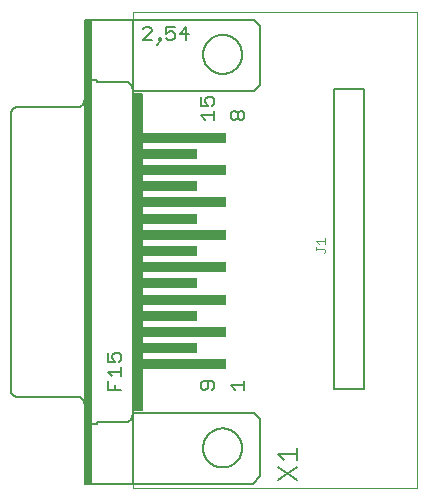
<source format=gto>
G75*
%MOIN*%
%OFA0B0*%
%FSLAX25Y25*%
%IPPOS*%
%LPD*%
%AMOC8*
5,1,8,0,0,1.08239X$1,22.5*
%
%ADD10C,0.00000*%
%ADD11C,0.00500*%
%ADD12C,0.00400*%
%ADD13C,0.00600*%
%ADD14C,0.00700*%
%ADD15R,0.03000X1.05500*%
%ADD16R,0.02000X1.54500*%
%ADD17R,0.28500X0.03200*%
%ADD18R,0.18500X0.03200*%
D10*
X0041800Y0001000D02*
X0041800Y0159701D01*
X0136721Y0159701D01*
X0136721Y0001000D01*
X0041800Y0001000D01*
D11*
X0038050Y0033750D02*
X0033546Y0033750D01*
X0033546Y0036753D01*
X0035047Y0038354D02*
X0033546Y0039855D01*
X0038050Y0039855D01*
X0038050Y0038354D02*
X0038050Y0041356D01*
X0037299Y0042958D02*
X0038050Y0043708D01*
X0038050Y0045210D01*
X0037299Y0045960D01*
X0035798Y0045960D01*
X0035047Y0045210D01*
X0035047Y0044459D01*
X0035798Y0042958D01*
X0033546Y0042958D01*
X0033546Y0045960D01*
X0035798Y0035251D02*
X0035798Y0033750D01*
X0064546Y0034501D02*
X0065297Y0033750D01*
X0066047Y0033750D01*
X0066798Y0034501D01*
X0066798Y0036753D01*
X0065297Y0036753D02*
X0064546Y0036002D01*
X0064546Y0034501D01*
X0065297Y0036753D02*
X0068299Y0036753D01*
X0069050Y0036002D01*
X0069050Y0034501D01*
X0068299Y0033750D01*
X0074546Y0035251D02*
X0079050Y0035251D01*
X0079050Y0033750D02*
X0079050Y0036753D01*
X0076047Y0033750D02*
X0074546Y0035251D01*
X0108800Y0034000D02*
X0108800Y0134000D01*
X0118800Y0134000D01*
X0118800Y0034000D01*
X0108800Y0034000D01*
X0078299Y0123750D02*
X0077549Y0123750D01*
X0076798Y0124501D01*
X0076798Y0126002D01*
X0077549Y0126753D01*
X0078299Y0126753D01*
X0079050Y0126002D01*
X0079050Y0124501D01*
X0078299Y0123750D01*
X0076798Y0124501D02*
X0076047Y0123750D01*
X0075297Y0123750D01*
X0074546Y0124501D01*
X0074546Y0126002D01*
X0075297Y0126753D01*
X0076047Y0126753D01*
X0076798Y0126002D01*
X0069050Y0126753D02*
X0069050Y0123750D01*
X0069050Y0125251D02*
X0064546Y0125251D01*
X0066047Y0123750D01*
X0066798Y0128354D02*
X0064546Y0128354D01*
X0064546Y0131356D01*
X0066047Y0130606D02*
X0066047Y0129855D01*
X0066798Y0128354D01*
X0068299Y0128354D02*
X0069050Y0129105D01*
X0069050Y0130606D01*
X0068299Y0131356D01*
X0066798Y0131356D01*
X0066047Y0130606D01*
X0049773Y0148749D02*
X0051274Y0150250D01*
X0050523Y0150250D01*
X0050523Y0151001D01*
X0051274Y0151001D01*
X0051274Y0150250D01*
X0052842Y0151001D02*
X0053593Y0150250D01*
X0055094Y0150250D01*
X0055845Y0151001D01*
X0055845Y0152502D01*
X0055094Y0153253D01*
X0054343Y0153253D01*
X0052842Y0152502D01*
X0052842Y0154754D01*
X0055845Y0154754D01*
X0057446Y0152502D02*
X0060449Y0152502D01*
X0059698Y0150250D02*
X0059698Y0154754D01*
X0057446Y0152502D01*
X0048171Y0153253D02*
X0048171Y0154003D01*
X0047421Y0154754D01*
X0045920Y0154754D01*
X0045169Y0154003D01*
X0048171Y0153253D02*
X0045169Y0150250D01*
X0048171Y0150250D01*
D12*
X0102997Y0083457D02*
X0106100Y0083457D01*
X0106100Y0082423D02*
X0106100Y0084491D01*
X0104032Y0082423D02*
X0102997Y0083457D01*
X0102997Y0081268D02*
X0102997Y0080234D01*
X0102997Y0080751D02*
X0105583Y0080751D01*
X0106100Y0080234D01*
X0106100Y0079717D01*
X0105583Y0079200D01*
D13*
X0025800Y0033000D02*
X0025800Y0002500D01*
X0027800Y0002500D01*
X0027800Y0012500D01*
X0027800Y0022500D01*
X0027800Y0137000D01*
X0029800Y0137000D01*
X0029800Y0136500D01*
X0039300Y0136500D01*
X0039398Y0136498D01*
X0039496Y0136492D01*
X0039594Y0136483D01*
X0039691Y0136469D01*
X0039788Y0136452D01*
X0039884Y0136431D01*
X0039979Y0136406D01*
X0040073Y0136378D01*
X0040165Y0136345D01*
X0040257Y0136310D01*
X0040347Y0136270D01*
X0040435Y0136228D01*
X0040522Y0136181D01*
X0040606Y0136132D01*
X0040689Y0136079D01*
X0040769Y0136023D01*
X0040848Y0135963D01*
X0040924Y0135901D01*
X0040997Y0135836D01*
X0041068Y0135768D01*
X0041136Y0135697D01*
X0041201Y0135624D01*
X0041263Y0135548D01*
X0041323Y0135469D01*
X0041379Y0135389D01*
X0041432Y0135306D01*
X0041481Y0135222D01*
X0041528Y0135135D01*
X0041570Y0135047D01*
X0041610Y0134957D01*
X0041645Y0134865D01*
X0041678Y0134773D01*
X0041706Y0134679D01*
X0041731Y0134584D01*
X0041752Y0134488D01*
X0041769Y0134391D01*
X0041783Y0134294D01*
X0041792Y0134196D01*
X0041798Y0134098D01*
X0041800Y0134000D01*
X0041800Y0133500D02*
X0082300Y0133500D01*
X0084300Y0135500D01*
X0084300Y0155000D01*
X0082300Y0157000D01*
X0042300Y0157000D01*
X0041800Y0157000D01*
X0041800Y0137000D01*
X0041800Y0133500D01*
X0041800Y0132500D01*
X0044800Y0132500D01*
X0044800Y0027000D01*
X0041800Y0027000D01*
X0041800Y0132500D01*
X0027800Y0137000D02*
X0027800Y0147000D01*
X0027800Y0157000D01*
X0029800Y0157000D01*
X0041800Y0157000D01*
X0027800Y0157000D02*
X0025800Y0157000D01*
X0025800Y0126500D01*
X0025800Y0033000D01*
X0023300Y0031500D02*
X0003300Y0031500D01*
X0003213Y0031502D01*
X0003126Y0031508D01*
X0003039Y0031517D01*
X0002953Y0031530D01*
X0002867Y0031547D01*
X0002782Y0031568D01*
X0002699Y0031593D01*
X0002616Y0031621D01*
X0002535Y0031652D01*
X0002455Y0031687D01*
X0002377Y0031726D01*
X0002300Y0031768D01*
X0002225Y0031813D01*
X0002153Y0031862D01*
X0002082Y0031913D01*
X0002014Y0031968D01*
X0001949Y0032025D01*
X0001886Y0032086D01*
X0001825Y0032149D01*
X0001768Y0032214D01*
X0001713Y0032282D01*
X0001662Y0032353D01*
X0001613Y0032425D01*
X0001568Y0032500D01*
X0001526Y0032577D01*
X0001487Y0032655D01*
X0001452Y0032735D01*
X0001421Y0032816D01*
X0001393Y0032899D01*
X0001368Y0032982D01*
X0001347Y0033067D01*
X0001330Y0033153D01*
X0001317Y0033239D01*
X0001308Y0033326D01*
X0001302Y0033413D01*
X0001300Y0033500D01*
X0001300Y0034500D01*
X0001300Y0125000D01*
X0001300Y0126000D01*
X0001302Y0126087D01*
X0001308Y0126174D01*
X0001317Y0126261D01*
X0001330Y0126347D01*
X0001347Y0126433D01*
X0001368Y0126518D01*
X0001393Y0126601D01*
X0001421Y0126684D01*
X0001452Y0126765D01*
X0001487Y0126845D01*
X0001526Y0126923D01*
X0001568Y0127000D01*
X0001613Y0127075D01*
X0001662Y0127147D01*
X0001713Y0127218D01*
X0001768Y0127286D01*
X0001825Y0127351D01*
X0001886Y0127414D01*
X0001949Y0127475D01*
X0002014Y0127532D01*
X0002082Y0127587D01*
X0002153Y0127638D01*
X0002225Y0127687D01*
X0002300Y0127732D01*
X0002377Y0127774D01*
X0002455Y0127813D01*
X0002535Y0127848D01*
X0002616Y0127879D01*
X0002699Y0127907D01*
X0002782Y0127932D01*
X0002867Y0127953D01*
X0002953Y0127970D01*
X0003039Y0127983D01*
X0003126Y0127992D01*
X0003213Y0127998D01*
X0003300Y0128000D01*
X0023300Y0128000D01*
X0023398Y0128002D01*
X0023496Y0128008D01*
X0023594Y0128017D01*
X0023691Y0128031D01*
X0023788Y0128048D01*
X0023884Y0128069D01*
X0023979Y0128094D01*
X0024073Y0128122D01*
X0024165Y0128155D01*
X0024257Y0128190D01*
X0024347Y0128230D01*
X0024435Y0128272D01*
X0024522Y0128319D01*
X0024606Y0128368D01*
X0024689Y0128421D01*
X0024769Y0128477D01*
X0024848Y0128537D01*
X0024924Y0128599D01*
X0024997Y0128664D01*
X0025068Y0128732D01*
X0025136Y0128803D01*
X0025201Y0128876D01*
X0025263Y0128952D01*
X0025323Y0129031D01*
X0025379Y0129111D01*
X0025432Y0129194D01*
X0025481Y0129278D01*
X0025528Y0129365D01*
X0025570Y0129453D01*
X0025610Y0129543D01*
X0025645Y0129635D01*
X0025678Y0129727D01*
X0025706Y0129821D01*
X0025731Y0129916D01*
X0025752Y0130012D01*
X0025769Y0130109D01*
X0025783Y0130206D01*
X0025792Y0130304D01*
X0025798Y0130402D01*
X0025800Y0130500D01*
X0065300Y0145600D02*
X0065302Y0145761D01*
X0065308Y0145921D01*
X0065318Y0146082D01*
X0065332Y0146242D01*
X0065350Y0146402D01*
X0065371Y0146561D01*
X0065397Y0146720D01*
X0065427Y0146878D01*
X0065460Y0147035D01*
X0065498Y0147192D01*
X0065539Y0147347D01*
X0065584Y0147501D01*
X0065633Y0147654D01*
X0065686Y0147806D01*
X0065742Y0147957D01*
X0065803Y0148106D01*
X0065866Y0148254D01*
X0065934Y0148400D01*
X0066005Y0148544D01*
X0066079Y0148686D01*
X0066157Y0148827D01*
X0066239Y0148965D01*
X0066324Y0149102D01*
X0066412Y0149236D01*
X0066504Y0149368D01*
X0066599Y0149498D01*
X0066697Y0149626D01*
X0066798Y0149751D01*
X0066902Y0149873D01*
X0067009Y0149993D01*
X0067119Y0150110D01*
X0067232Y0150225D01*
X0067348Y0150336D01*
X0067467Y0150445D01*
X0067588Y0150550D01*
X0067712Y0150653D01*
X0067838Y0150753D01*
X0067966Y0150849D01*
X0068097Y0150942D01*
X0068231Y0151032D01*
X0068366Y0151119D01*
X0068504Y0151202D01*
X0068643Y0151282D01*
X0068785Y0151358D01*
X0068928Y0151431D01*
X0069073Y0151500D01*
X0069220Y0151566D01*
X0069368Y0151628D01*
X0069518Y0151686D01*
X0069669Y0151741D01*
X0069822Y0151792D01*
X0069976Y0151839D01*
X0070131Y0151882D01*
X0070287Y0151921D01*
X0070443Y0151957D01*
X0070601Y0151988D01*
X0070759Y0152016D01*
X0070918Y0152040D01*
X0071078Y0152060D01*
X0071238Y0152076D01*
X0071398Y0152088D01*
X0071559Y0152096D01*
X0071720Y0152100D01*
X0071880Y0152100D01*
X0072041Y0152096D01*
X0072202Y0152088D01*
X0072362Y0152076D01*
X0072522Y0152060D01*
X0072682Y0152040D01*
X0072841Y0152016D01*
X0072999Y0151988D01*
X0073157Y0151957D01*
X0073313Y0151921D01*
X0073469Y0151882D01*
X0073624Y0151839D01*
X0073778Y0151792D01*
X0073931Y0151741D01*
X0074082Y0151686D01*
X0074232Y0151628D01*
X0074380Y0151566D01*
X0074527Y0151500D01*
X0074672Y0151431D01*
X0074815Y0151358D01*
X0074957Y0151282D01*
X0075096Y0151202D01*
X0075234Y0151119D01*
X0075369Y0151032D01*
X0075503Y0150942D01*
X0075634Y0150849D01*
X0075762Y0150753D01*
X0075888Y0150653D01*
X0076012Y0150550D01*
X0076133Y0150445D01*
X0076252Y0150336D01*
X0076368Y0150225D01*
X0076481Y0150110D01*
X0076591Y0149993D01*
X0076698Y0149873D01*
X0076802Y0149751D01*
X0076903Y0149626D01*
X0077001Y0149498D01*
X0077096Y0149368D01*
X0077188Y0149236D01*
X0077276Y0149102D01*
X0077361Y0148965D01*
X0077443Y0148827D01*
X0077521Y0148686D01*
X0077595Y0148544D01*
X0077666Y0148400D01*
X0077734Y0148254D01*
X0077797Y0148106D01*
X0077858Y0147957D01*
X0077914Y0147806D01*
X0077967Y0147654D01*
X0078016Y0147501D01*
X0078061Y0147347D01*
X0078102Y0147192D01*
X0078140Y0147035D01*
X0078173Y0146878D01*
X0078203Y0146720D01*
X0078229Y0146561D01*
X0078250Y0146402D01*
X0078268Y0146242D01*
X0078282Y0146082D01*
X0078292Y0145921D01*
X0078298Y0145761D01*
X0078300Y0145600D01*
X0078298Y0145439D01*
X0078292Y0145279D01*
X0078282Y0145118D01*
X0078268Y0144958D01*
X0078250Y0144798D01*
X0078229Y0144639D01*
X0078203Y0144480D01*
X0078173Y0144322D01*
X0078140Y0144165D01*
X0078102Y0144008D01*
X0078061Y0143853D01*
X0078016Y0143699D01*
X0077967Y0143546D01*
X0077914Y0143394D01*
X0077858Y0143243D01*
X0077797Y0143094D01*
X0077734Y0142946D01*
X0077666Y0142800D01*
X0077595Y0142656D01*
X0077521Y0142514D01*
X0077443Y0142373D01*
X0077361Y0142235D01*
X0077276Y0142098D01*
X0077188Y0141964D01*
X0077096Y0141832D01*
X0077001Y0141702D01*
X0076903Y0141574D01*
X0076802Y0141449D01*
X0076698Y0141327D01*
X0076591Y0141207D01*
X0076481Y0141090D01*
X0076368Y0140975D01*
X0076252Y0140864D01*
X0076133Y0140755D01*
X0076012Y0140650D01*
X0075888Y0140547D01*
X0075762Y0140447D01*
X0075634Y0140351D01*
X0075503Y0140258D01*
X0075369Y0140168D01*
X0075234Y0140081D01*
X0075096Y0139998D01*
X0074957Y0139918D01*
X0074815Y0139842D01*
X0074672Y0139769D01*
X0074527Y0139700D01*
X0074380Y0139634D01*
X0074232Y0139572D01*
X0074082Y0139514D01*
X0073931Y0139459D01*
X0073778Y0139408D01*
X0073624Y0139361D01*
X0073469Y0139318D01*
X0073313Y0139279D01*
X0073157Y0139243D01*
X0072999Y0139212D01*
X0072841Y0139184D01*
X0072682Y0139160D01*
X0072522Y0139140D01*
X0072362Y0139124D01*
X0072202Y0139112D01*
X0072041Y0139104D01*
X0071880Y0139100D01*
X0071720Y0139100D01*
X0071559Y0139104D01*
X0071398Y0139112D01*
X0071238Y0139124D01*
X0071078Y0139140D01*
X0070918Y0139160D01*
X0070759Y0139184D01*
X0070601Y0139212D01*
X0070443Y0139243D01*
X0070287Y0139279D01*
X0070131Y0139318D01*
X0069976Y0139361D01*
X0069822Y0139408D01*
X0069669Y0139459D01*
X0069518Y0139514D01*
X0069368Y0139572D01*
X0069220Y0139634D01*
X0069073Y0139700D01*
X0068928Y0139769D01*
X0068785Y0139842D01*
X0068643Y0139918D01*
X0068504Y0139998D01*
X0068366Y0140081D01*
X0068231Y0140168D01*
X0068097Y0140258D01*
X0067966Y0140351D01*
X0067838Y0140447D01*
X0067712Y0140547D01*
X0067588Y0140650D01*
X0067467Y0140755D01*
X0067348Y0140864D01*
X0067232Y0140975D01*
X0067119Y0141090D01*
X0067009Y0141207D01*
X0066902Y0141327D01*
X0066798Y0141449D01*
X0066697Y0141574D01*
X0066599Y0141702D01*
X0066504Y0141832D01*
X0066412Y0141964D01*
X0066324Y0142098D01*
X0066239Y0142235D01*
X0066157Y0142373D01*
X0066079Y0142514D01*
X0066005Y0142656D01*
X0065934Y0142800D01*
X0065866Y0142946D01*
X0065803Y0143094D01*
X0065742Y0143243D01*
X0065686Y0143394D01*
X0065633Y0143546D01*
X0065584Y0143699D01*
X0065539Y0143853D01*
X0065498Y0144008D01*
X0065460Y0144165D01*
X0065427Y0144322D01*
X0065397Y0144480D01*
X0065371Y0144639D01*
X0065350Y0144798D01*
X0065332Y0144958D01*
X0065318Y0145118D01*
X0065308Y0145279D01*
X0065302Y0145439D01*
X0065300Y0145600D01*
X0023300Y0031500D02*
X0023398Y0031498D01*
X0023496Y0031492D01*
X0023594Y0031483D01*
X0023691Y0031469D01*
X0023788Y0031452D01*
X0023884Y0031431D01*
X0023979Y0031406D01*
X0024073Y0031378D01*
X0024165Y0031345D01*
X0024257Y0031310D01*
X0024347Y0031270D01*
X0024435Y0031228D01*
X0024522Y0031181D01*
X0024606Y0031132D01*
X0024689Y0031079D01*
X0024769Y0031023D01*
X0024848Y0030963D01*
X0024924Y0030901D01*
X0024997Y0030836D01*
X0025068Y0030768D01*
X0025136Y0030697D01*
X0025201Y0030624D01*
X0025263Y0030548D01*
X0025323Y0030469D01*
X0025379Y0030389D01*
X0025432Y0030306D01*
X0025481Y0030222D01*
X0025528Y0030135D01*
X0025570Y0030047D01*
X0025610Y0029957D01*
X0025645Y0029865D01*
X0025678Y0029773D01*
X0025706Y0029679D01*
X0025731Y0029584D01*
X0025752Y0029488D01*
X0025769Y0029391D01*
X0025783Y0029294D01*
X0025792Y0029196D01*
X0025798Y0029098D01*
X0025800Y0029000D01*
X0027800Y0022500D02*
X0029800Y0022500D01*
X0029800Y0023000D01*
X0039300Y0023000D01*
X0039398Y0023002D01*
X0039496Y0023008D01*
X0039594Y0023017D01*
X0039691Y0023031D01*
X0039788Y0023048D01*
X0039884Y0023069D01*
X0039979Y0023094D01*
X0040073Y0023122D01*
X0040165Y0023155D01*
X0040257Y0023190D01*
X0040347Y0023230D01*
X0040435Y0023272D01*
X0040522Y0023319D01*
X0040606Y0023368D01*
X0040689Y0023421D01*
X0040769Y0023477D01*
X0040848Y0023537D01*
X0040924Y0023599D01*
X0040997Y0023664D01*
X0041068Y0023732D01*
X0041136Y0023803D01*
X0041201Y0023876D01*
X0041263Y0023952D01*
X0041323Y0024031D01*
X0041379Y0024111D01*
X0041432Y0024194D01*
X0041481Y0024278D01*
X0041528Y0024365D01*
X0041570Y0024453D01*
X0041610Y0024543D01*
X0041645Y0024635D01*
X0041678Y0024727D01*
X0041706Y0024821D01*
X0041731Y0024916D01*
X0041752Y0025012D01*
X0041769Y0025109D01*
X0041783Y0025206D01*
X0041792Y0025304D01*
X0041798Y0025402D01*
X0041800Y0025500D01*
X0041800Y0026000D02*
X0041800Y0022500D01*
X0041800Y0002500D01*
X0042300Y0002500D01*
X0081800Y0002500D01*
X0084300Y0005000D01*
X0084300Y0024000D01*
X0082300Y0026000D01*
X0041800Y0026000D01*
X0041800Y0027000D01*
X0041800Y0002500D02*
X0029800Y0002500D01*
X0027800Y0002500D01*
X0065300Y0014400D02*
X0065302Y0014561D01*
X0065308Y0014721D01*
X0065318Y0014882D01*
X0065332Y0015042D01*
X0065350Y0015202D01*
X0065371Y0015361D01*
X0065397Y0015520D01*
X0065427Y0015678D01*
X0065460Y0015835D01*
X0065498Y0015992D01*
X0065539Y0016147D01*
X0065584Y0016301D01*
X0065633Y0016454D01*
X0065686Y0016606D01*
X0065742Y0016757D01*
X0065803Y0016906D01*
X0065866Y0017054D01*
X0065934Y0017200D01*
X0066005Y0017344D01*
X0066079Y0017486D01*
X0066157Y0017627D01*
X0066239Y0017765D01*
X0066324Y0017902D01*
X0066412Y0018036D01*
X0066504Y0018168D01*
X0066599Y0018298D01*
X0066697Y0018426D01*
X0066798Y0018551D01*
X0066902Y0018673D01*
X0067009Y0018793D01*
X0067119Y0018910D01*
X0067232Y0019025D01*
X0067348Y0019136D01*
X0067467Y0019245D01*
X0067588Y0019350D01*
X0067712Y0019453D01*
X0067838Y0019553D01*
X0067966Y0019649D01*
X0068097Y0019742D01*
X0068231Y0019832D01*
X0068366Y0019919D01*
X0068504Y0020002D01*
X0068643Y0020082D01*
X0068785Y0020158D01*
X0068928Y0020231D01*
X0069073Y0020300D01*
X0069220Y0020366D01*
X0069368Y0020428D01*
X0069518Y0020486D01*
X0069669Y0020541D01*
X0069822Y0020592D01*
X0069976Y0020639D01*
X0070131Y0020682D01*
X0070287Y0020721D01*
X0070443Y0020757D01*
X0070601Y0020788D01*
X0070759Y0020816D01*
X0070918Y0020840D01*
X0071078Y0020860D01*
X0071238Y0020876D01*
X0071398Y0020888D01*
X0071559Y0020896D01*
X0071720Y0020900D01*
X0071880Y0020900D01*
X0072041Y0020896D01*
X0072202Y0020888D01*
X0072362Y0020876D01*
X0072522Y0020860D01*
X0072682Y0020840D01*
X0072841Y0020816D01*
X0072999Y0020788D01*
X0073157Y0020757D01*
X0073313Y0020721D01*
X0073469Y0020682D01*
X0073624Y0020639D01*
X0073778Y0020592D01*
X0073931Y0020541D01*
X0074082Y0020486D01*
X0074232Y0020428D01*
X0074380Y0020366D01*
X0074527Y0020300D01*
X0074672Y0020231D01*
X0074815Y0020158D01*
X0074957Y0020082D01*
X0075096Y0020002D01*
X0075234Y0019919D01*
X0075369Y0019832D01*
X0075503Y0019742D01*
X0075634Y0019649D01*
X0075762Y0019553D01*
X0075888Y0019453D01*
X0076012Y0019350D01*
X0076133Y0019245D01*
X0076252Y0019136D01*
X0076368Y0019025D01*
X0076481Y0018910D01*
X0076591Y0018793D01*
X0076698Y0018673D01*
X0076802Y0018551D01*
X0076903Y0018426D01*
X0077001Y0018298D01*
X0077096Y0018168D01*
X0077188Y0018036D01*
X0077276Y0017902D01*
X0077361Y0017765D01*
X0077443Y0017627D01*
X0077521Y0017486D01*
X0077595Y0017344D01*
X0077666Y0017200D01*
X0077734Y0017054D01*
X0077797Y0016906D01*
X0077858Y0016757D01*
X0077914Y0016606D01*
X0077967Y0016454D01*
X0078016Y0016301D01*
X0078061Y0016147D01*
X0078102Y0015992D01*
X0078140Y0015835D01*
X0078173Y0015678D01*
X0078203Y0015520D01*
X0078229Y0015361D01*
X0078250Y0015202D01*
X0078268Y0015042D01*
X0078282Y0014882D01*
X0078292Y0014721D01*
X0078298Y0014561D01*
X0078300Y0014400D01*
X0078298Y0014239D01*
X0078292Y0014079D01*
X0078282Y0013918D01*
X0078268Y0013758D01*
X0078250Y0013598D01*
X0078229Y0013439D01*
X0078203Y0013280D01*
X0078173Y0013122D01*
X0078140Y0012965D01*
X0078102Y0012808D01*
X0078061Y0012653D01*
X0078016Y0012499D01*
X0077967Y0012346D01*
X0077914Y0012194D01*
X0077858Y0012043D01*
X0077797Y0011894D01*
X0077734Y0011746D01*
X0077666Y0011600D01*
X0077595Y0011456D01*
X0077521Y0011314D01*
X0077443Y0011173D01*
X0077361Y0011035D01*
X0077276Y0010898D01*
X0077188Y0010764D01*
X0077096Y0010632D01*
X0077001Y0010502D01*
X0076903Y0010374D01*
X0076802Y0010249D01*
X0076698Y0010127D01*
X0076591Y0010007D01*
X0076481Y0009890D01*
X0076368Y0009775D01*
X0076252Y0009664D01*
X0076133Y0009555D01*
X0076012Y0009450D01*
X0075888Y0009347D01*
X0075762Y0009247D01*
X0075634Y0009151D01*
X0075503Y0009058D01*
X0075369Y0008968D01*
X0075234Y0008881D01*
X0075096Y0008798D01*
X0074957Y0008718D01*
X0074815Y0008642D01*
X0074672Y0008569D01*
X0074527Y0008500D01*
X0074380Y0008434D01*
X0074232Y0008372D01*
X0074082Y0008314D01*
X0073931Y0008259D01*
X0073778Y0008208D01*
X0073624Y0008161D01*
X0073469Y0008118D01*
X0073313Y0008079D01*
X0073157Y0008043D01*
X0072999Y0008012D01*
X0072841Y0007984D01*
X0072682Y0007960D01*
X0072522Y0007940D01*
X0072362Y0007924D01*
X0072202Y0007912D01*
X0072041Y0007904D01*
X0071880Y0007900D01*
X0071720Y0007900D01*
X0071559Y0007904D01*
X0071398Y0007912D01*
X0071238Y0007924D01*
X0071078Y0007940D01*
X0070918Y0007960D01*
X0070759Y0007984D01*
X0070601Y0008012D01*
X0070443Y0008043D01*
X0070287Y0008079D01*
X0070131Y0008118D01*
X0069976Y0008161D01*
X0069822Y0008208D01*
X0069669Y0008259D01*
X0069518Y0008314D01*
X0069368Y0008372D01*
X0069220Y0008434D01*
X0069073Y0008500D01*
X0068928Y0008569D01*
X0068785Y0008642D01*
X0068643Y0008718D01*
X0068504Y0008798D01*
X0068366Y0008881D01*
X0068231Y0008968D01*
X0068097Y0009058D01*
X0067966Y0009151D01*
X0067838Y0009247D01*
X0067712Y0009347D01*
X0067588Y0009450D01*
X0067467Y0009555D01*
X0067348Y0009664D01*
X0067232Y0009775D01*
X0067119Y0009890D01*
X0067009Y0010007D01*
X0066902Y0010127D01*
X0066798Y0010249D01*
X0066697Y0010374D01*
X0066599Y0010502D01*
X0066504Y0010632D01*
X0066412Y0010764D01*
X0066324Y0010898D01*
X0066239Y0011035D01*
X0066157Y0011173D01*
X0066079Y0011314D01*
X0066005Y0011456D01*
X0065934Y0011600D01*
X0065866Y0011746D01*
X0065803Y0011894D01*
X0065742Y0012043D01*
X0065686Y0012194D01*
X0065633Y0012346D01*
X0065584Y0012499D01*
X0065539Y0012653D01*
X0065498Y0012808D01*
X0065460Y0012965D01*
X0065427Y0013122D01*
X0065397Y0013280D01*
X0065371Y0013439D01*
X0065350Y0013598D01*
X0065332Y0013758D01*
X0065318Y0013918D01*
X0065308Y0014079D01*
X0065302Y0014239D01*
X0065300Y0014400D01*
D14*
X0090145Y0012397D02*
X0096450Y0012397D01*
X0096450Y0010295D02*
X0096450Y0014499D01*
X0092246Y0010295D02*
X0090145Y0012397D01*
X0090145Y0008054D02*
X0096450Y0003850D01*
X0096450Y0008054D02*
X0090145Y0003850D01*
D15*
X0043300Y0079750D03*
D16*
X0026800Y0079750D03*
D17*
X0059050Y0074600D03*
X0059050Y0063800D03*
X0059050Y0053000D03*
X0059050Y0042200D03*
X0059050Y0085400D03*
X0059050Y0096200D03*
X0059050Y0107000D03*
X0059050Y0117800D03*
D18*
X0054050Y0112400D03*
X0054050Y0101600D03*
X0054050Y0090800D03*
X0054050Y0080000D03*
X0054050Y0069200D03*
X0054050Y0058400D03*
X0054050Y0047600D03*
M02*

</source>
